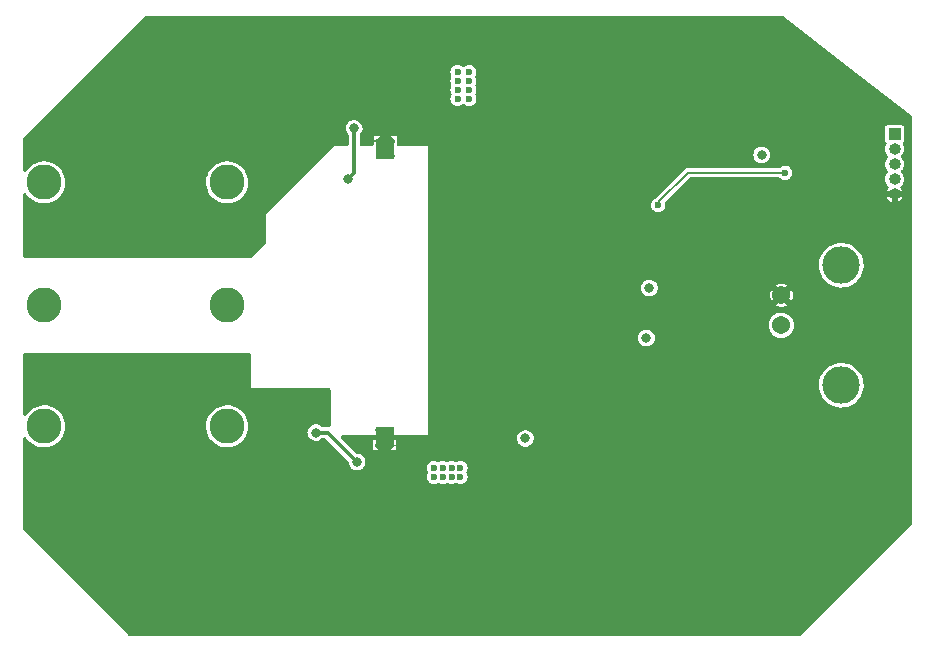
<source format=gbr>
%TF.GenerationSoftware,KiCad,Pcbnew,6.0.4-6f826c9f35~116~ubuntu18.04.1*%
%TF.CreationDate,2022-05-26T20:07:41+01:00*%
%TF.ProjectId,cosmic_ray_detector,636f736d-6963-45f7-9261-795f64657465,1*%
%TF.SameCoordinates,Original*%
%TF.FileFunction,Copper,L4,Bot*%
%TF.FilePolarity,Positive*%
%FSLAX46Y46*%
G04 Gerber Fmt 4.6, Leading zero omitted, Abs format (unit mm)*
G04 Created by KiCad (PCBNEW 6.0.4-6f826c9f35~116~ubuntu18.04.1) date 2022-05-26 20:07:41*
%MOMM*%
%LPD*%
G01*
G04 APERTURE LIST*
%TA.AperFunction,ComponentPad*%
%ADD10C,2.955000*%
%TD*%
%TA.AperFunction,ComponentPad*%
%ADD11C,1.540000*%
%TD*%
%TA.AperFunction,ComponentPad*%
%ADD12C,3.165000*%
%TD*%
%TA.AperFunction,ComponentPad*%
%ADD13C,0.500000*%
%TD*%
%TA.AperFunction,SMDPad,CuDef*%
%ADD14R,1.600000X1.800000*%
%TD*%
%TA.AperFunction,ComponentPad*%
%ADD15R,1.000000X1.000000*%
%TD*%
%TA.AperFunction,ComponentPad*%
%ADD16O,1.000000X1.000000*%
%TD*%
%TA.AperFunction,ViaPad*%
%ADD17C,0.800000*%
%TD*%
%TA.AperFunction,ViaPad*%
%ADD18C,0.600000*%
%TD*%
%TA.AperFunction,Conductor*%
%ADD19C,0.350000*%
%TD*%
%TA.AperFunction,Conductor*%
%ADD20C,0.200000*%
%TD*%
G04 APERTURE END LIST*
D10*
%TO.P,J3,1,Pin_1*%
%TO.N,/Power Regulators/-VIN*%
X64750000Y-100970000D03*
X80250000Y-100970000D03*
%TD*%
D11*
%TO.P,J6,2,Ext*%
%TO.N,GNDA*%
X127170000Y-89880000D03*
%TO.P,J6,1,In*%
%TO.N,Net-(J6-Pad1)*%
X127170000Y-92420000D03*
D12*
%TO.P,J6,*%
%TO.N,*%
X132250000Y-87340000D03*
X132250000Y-97500000D03*
%TD*%
D10*
%TO.P,J4,1,Pin_1*%
%TO.N,/Power Regulators/+VIN*%
X80250000Y-80328100D03*
X64750000Y-80328100D03*
%TD*%
%TO.P,J5,1,Pin_1*%
%TO.N,GNDA*%
X80250000Y-90670000D03*
X64750000Y-90670000D03*
%TD*%
D13*
%TO.P,U3,9,EP*%
%TO.N,GNDA*%
X94196000Y-76810000D03*
D14*
X93646000Y-77460000D03*
D13*
X94196000Y-78110000D03*
X93096000Y-78110000D03*
X93096000Y-76810000D03*
%TD*%
%TO.P,U2,9,EP*%
%TO.N,GNDA*%
X94126000Y-101270000D03*
D14*
X93576000Y-101920000D03*
D13*
X94126000Y-102570000D03*
X93026000Y-102570000D03*
X93026000Y-101270000D03*
%TD*%
D15*
%TO.P,J2,1,Pin_1*%
%TO.N,/threshold_setting/SPI.~{SYNC}*%
X136750000Y-76230000D03*
D16*
%TO.P,J2,2,Pin_2*%
%TO.N,/threshold_setting/SPI.SCK*%
X136750000Y-77500000D03*
%TO.P,J2,3,Pin_3*%
%TO.N,/threshold_setting/SPI.SDI*%
X136750000Y-78770000D03*
%TO.P,J2,4,Pin_4*%
%TO.N,/threshold_setting/SPI.SDO*%
X136750000Y-80040000D03*
%TO.P,J2,5,Pin_5*%
%TO.N,GNDA*%
X136750000Y-81310000D03*
%TD*%
D17*
%TO.N,GNDA*%
X88640000Y-111650000D03*
X130000000Y-81750000D03*
%TO.N,/Power Regulators/+VIN*%
X91000000Y-75750000D03*
X90500000Y-80000000D03*
%TO.N,/Power Regulators/-VIN*%
X91250000Y-104000000D03*
X87750000Y-101500000D03*
D18*
%TO.N,GNDA*%
X88750000Y-105750000D03*
X88750000Y-106500000D03*
X88750000Y-107250000D03*
X88750000Y-108000000D03*
X88750000Y-108750000D03*
X88000000Y-108750000D03*
X88000000Y-108000000D03*
X88000000Y-107250000D03*
X88000000Y-106500000D03*
X88000000Y-105750000D03*
X88000000Y-69000000D03*
X88000000Y-69750000D03*
X88000000Y-70500000D03*
X88000000Y-71250000D03*
X88000000Y-72000000D03*
X87000000Y-72000000D03*
X87000000Y-71250000D03*
X87000000Y-70500000D03*
X87000000Y-69750000D03*
X87000000Y-69000000D03*
%TO.N,+5VA*%
X99750000Y-73250000D03*
X100750000Y-73250000D03*
X100750000Y-72500000D03*
X99750000Y-72500000D03*
X99750000Y-71750000D03*
X100750000Y-71750000D03*
X100750000Y-71000000D03*
X99750000Y-71000000D03*
%TO.N,-5VA*%
X100000000Y-105250000D03*
X99250000Y-105250000D03*
X98500000Y-105250000D03*
X97750000Y-105250000D03*
X97750000Y-104500000D03*
X98500000Y-104500000D03*
X99250000Y-104500000D03*
X100000000Y-104500000D03*
D17*
%TO.N,GNDA*%
X107000000Y-85250000D03*
X106000000Y-99000000D03*
X116250000Y-100500000D03*
X114000000Y-92250000D03*
X111000000Y-88750000D03*
X114000000Y-86500000D03*
X112750000Y-79500000D03*
%TO.N,+5VA*%
X125500000Y-78000000D03*
X115750000Y-93500000D03*
X116000000Y-89250000D03*
%TO.N,GNDA*%
X107250000Y-107750000D03*
%TO.N,-5VA*%
X105500000Y-102000000D03*
%TO.N,GNDA*%
X121750000Y-88250000D03*
X119000000Y-83000000D03*
X122750000Y-82750000D03*
X121000000Y-78250000D03*
X123500000Y-76000000D03*
X131000000Y-76000000D03*
D18*
%TO.N,/comparator/VREF*%
X116750000Y-82250000D03*
X127500000Y-79500000D03*
%TD*%
D19*
%TO.N,/Power Regulators/+VIN*%
X91000000Y-79500000D02*
X90500000Y-80000000D01*
X91000000Y-75750000D02*
X91000000Y-79500000D01*
%TO.N,/Power Regulators/-VIN*%
X91250000Y-104000000D02*
X88750000Y-101500000D01*
X88750000Y-101500000D02*
X87750000Y-101500000D01*
D20*
%TO.N,/comparator/VREF*%
X116750000Y-82000000D02*
X119250000Y-79500000D01*
X116750000Y-82250000D02*
X116750000Y-82000000D01*
X119250000Y-79500000D02*
X127500000Y-79500000D01*
%TD*%
%TA.AperFunction,Conductor*%
%TO.N,GNDA*%
G36*
X127275112Y-66270002D02*
G01*
X127284030Y-66276296D01*
X132714158Y-70472304D01*
X138201042Y-74712169D01*
X138242715Y-74769649D01*
X138250000Y-74811871D01*
X138250000Y-109197810D01*
X138229998Y-109265931D01*
X138213095Y-109286905D01*
X128786905Y-118713095D01*
X128724593Y-118747121D01*
X128697810Y-118750000D01*
X72052190Y-118750000D01*
X71984069Y-118729998D01*
X71963095Y-118713095D01*
X63036905Y-109786905D01*
X63002879Y-109724593D01*
X63000000Y-109697810D01*
X63000000Y-105250000D01*
X97144318Y-105250000D01*
X97164956Y-105406762D01*
X97225464Y-105552841D01*
X97321718Y-105678282D01*
X97447159Y-105774536D01*
X97593238Y-105835044D01*
X97750000Y-105855682D01*
X97758188Y-105854604D01*
X97898574Y-105836122D01*
X97906762Y-105835044D01*
X98052841Y-105774536D01*
X98059392Y-105769509D01*
X98062001Y-105768003D01*
X98130997Y-105751266D01*
X98187999Y-105768003D01*
X98190608Y-105769509D01*
X98197159Y-105774536D01*
X98343238Y-105835044D01*
X98500000Y-105855682D01*
X98508188Y-105854604D01*
X98648574Y-105836122D01*
X98656762Y-105835044D01*
X98802841Y-105774536D01*
X98809392Y-105769509D01*
X98812001Y-105768003D01*
X98880997Y-105751266D01*
X98937999Y-105768003D01*
X98940608Y-105769509D01*
X98947159Y-105774536D01*
X99093238Y-105835044D01*
X99250000Y-105855682D01*
X99258188Y-105854604D01*
X99398574Y-105836122D01*
X99406762Y-105835044D01*
X99552841Y-105774536D01*
X99559392Y-105769509D01*
X99562001Y-105768003D01*
X99630997Y-105751266D01*
X99687999Y-105768003D01*
X99690608Y-105769509D01*
X99697159Y-105774536D01*
X99843238Y-105835044D01*
X100000000Y-105855682D01*
X100008188Y-105854604D01*
X100148574Y-105836122D01*
X100156762Y-105835044D01*
X100302841Y-105774536D01*
X100428282Y-105678282D01*
X100524536Y-105552841D01*
X100585044Y-105406762D01*
X100605682Y-105250000D01*
X100585044Y-105093238D01*
X100524536Y-104947159D01*
X100519509Y-104940608D01*
X100518003Y-104937999D01*
X100501266Y-104869003D01*
X100518003Y-104812001D01*
X100519509Y-104809392D01*
X100524536Y-104802841D01*
X100585044Y-104656762D01*
X100605682Y-104500000D01*
X100585044Y-104343238D01*
X100524536Y-104197159D01*
X100428282Y-104071718D01*
X100302841Y-103975464D01*
X100156762Y-103914956D01*
X100000000Y-103894318D01*
X99843238Y-103914956D01*
X99697159Y-103975464D01*
X99690608Y-103980491D01*
X99687999Y-103981997D01*
X99619003Y-103998734D01*
X99562001Y-103981997D01*
X99559392Y-103980491D01*
X99552841Y-103975464D01*
X99406762Y-103914956D01*
X99250000Y-103894318D01*
X99093238Y-103914956D01*
X98947159Y-103975464D01*
X98940608Y-103980491D01*
X98937999Y-103981997D01*
X98869003Y-103998734D01*
X98812001Y-103981997D01*
X98809392Y-103980491D01*
X98802841Y-103975464D01*
X98656762Y-103914956D01*
X98500000Y-103894318D01*
X98343238Y-103914956D01*
X98197159Y-103975464D01*
X98190608Y-103980491D01*
X98187999Y-103981997D01*
X98119003Y-103998734D01*
X98062001Y-103981997D01*
X98059392Y-103980491D01*
X98052841Y-103975464D01*
X97906762Y-103914956D01*
X97750000Y-103894318D01*
X97593238Y-103914956D01*
X97447159Y-103975464D01*
X97321718Y-104071718D01*
X97225464Y-104197159D01*
X97164956Y-104343238D01*
X97144318Y-104500000D01*
X97164956Y-104656762D01*
X97225464Y-104802841D01*
X97230491Y-104809392D01*
X97231997Y-104812001D01*
X97248734Y-104880997D01*
X97231997Y-104937999D01*
X97230491Y-104940608D01*
X97225464Y-104947159D01*
X97164956Y-105093238D01*
X97144318Y-105250000D01*
X63000000Y-105250000D01*
X63000000Y-101970415D01*
X63020002Y-101902294D01*
X63073658Y-101855801D01*
X63143932Y-101845697D01*
X63208512Y-101875191D01*
X63236991Y-101910775D01*
X63246245Y-101927998D01*
X63249040Y-101931742D01*
X63249042Y-101931744D01*
X63307966Y-102010653D01*
X63404363Y-102139744D01*
X63407672Y-102143024D01*
X63407677Y-102143030D01*
X63510274Y-102244735D01*
X63592043Y-102325793D01*
X63595805Y-102328551D01*
X63595808Y-102328554D01*
X63713603Y-102414925D01*
X63805161Y-102482058D01*
X63809292Y-102484232D01*
X63809293Y-102484232D01*
X64034901Y-102602930D01*
X64034907Y-102602932D01*
X64039036Y-102605105D01*
X64043443Y-102606644D01*
X64043450Y-102606647D01*
X64284113Y-102690690D01*
X64288529Y-102692232D01*
X64329881Y-102700083D01*
X64444999Y-102721939D01*
X64548160Y-102741525D01*
X64673677Y-102746457D01*
X64807557Y-102751717D01*
X64807562Y-102751717D01*
X64812225Y-102751900D01*
X64914912Y-102740654D01*
X65070270Y-102723640D01*
X65070275Y-102723639D01*
X65074923Y-102723130D01*
X65299786Y-102663928D01*
X65325960Y-102657037D01*
X65325962Y-102657036D01*
X65330483Y-102655846D01*
X65417807Y-102618329D01*
X65568997Y-102553373D01*
X65568999Y-102553372D01*
X65573291Y-102551528D01*
X65684736Y-102482564D01*
X65794040Y-102414925D01*
X65794044Y-102414922D01*
X65798013Y-102412466D01*
X65999711Y-102241716D01*
X66056574Y-102176876D01*
X66170874Y-102046543D01*
X66170878Y-102046538D01*
X66173956Y-102043028D01*
X66193654Y-102012405D01*
X66309714Y-101831968D01*
X66316919Y-101820767D01*
X66425459Y-101579817D01*
X66497192Y-101325470D01*
X66521941Y-101130925D01*
X66530144Y-101066444D01*
X66530144Y-101066440D01*
X66530542Y-101063314D01*
X66531352Y-101032410D01*
X66532903Y-100973160D01*
X66532986Y-100970000D01*
X66529517Y-100923327D01*
X78467625Y-100923327D01*
X78467849Y-100927993D01*
X78467849Y-100927999D01*
X78472645Y-101027831D01*
X78480304Y-101187291D01*
X78502530Y-101299031D01*
X78527709Y-101425612D01*
X78531860Y-101446482D01*
X78533439Y-101450880D01*
X78533441Y-101450887D01*
X78613216Y-101673077D01*
X78621161Y-101695206D01*
X78746245Y-101927998D01*
X78749040Y-101931742D01*
X78749042Y-101931744D01*
X78807966Y-102010653D01*
X78904363Y-102139744D01*
X78907672Y-102143024D01*
X78907677Y-102143030D01*
X79010274Y-102244735D01*
X79092043Y-102325793D01*
X79095805Y-102328551D01*
X79095808Y-102328554D01*
X79213603Y-102414925D01*
X79305161Y-102482058D01*
X79309292Y-102484232D01*
X79309293Y-102484232D01*
X79534901Y-102602930D01*
X79534907Y-102602932D01*
X79539036Y-102605105D01*
X79543443Y-102606644D01*
X79543450Y-102606647D01*
X79784113Y-102690690D01*
X79788529Y-102692232D01*
X79829881Y-102700083D01*
X79944999Y-102721939D01*
X80048160Y-102741525D01*
X80173677Y-102746457D01*
X80307557Y-102751717D01*
X80307562Y-102751717D01*
X80312225Y-102751900D01*
X80414912Y-102740654D01*
X80570270Y-102723640D01*
X80570275Y-102723639D01*
X80574923Y-102723130D01*
X80799786Y-102663928D01*
X80825960Y-102657037D01*
X80825962Y-102657036D01*
X80830483Y-102655846D01*
X80917807Y-102618329D01*
X81068997Y-102553373D01*
X81068999Y-102553372D01*
X81073291Y-102551528D01*
X81184736Y-102482564D01*
X81294040Y-102414925D01*
X81294044Y-102414922D01*
X81298013Y-102412466D01*
X81499711Y-102241716D01*
X81556574Y-102176876D01*
X81670874Y-102046543D01*
X81670878Y-102046538D01*
X81673956Y-102043028D01*
X81693654Y-102012405D01*
X81809714Y-101831968D01*
X81816919Y-101820767D01*
X81925459Y-101579817D01*
X81997192Y-101325470D01*
X82021941Y-101130925D01*
X82030144Y-101066444D01*
X82030144Y-101066440D01*
X82030542Y-101063314D01*
X82031352Y-101032410D01*
X82032903Y-100973160D01*
X82032986Y-100970000D01*
X82020484Y-100801770D01*
X82013747Y-100711110D01*
X82013746Y-100711106D01*
X82013401Y-100706458D01*
X81955078Y-100448705D01*
X81939554Y-100408785D01*
X81860990Y-100206758D01*
X81860989Y-100206756D01*
X81859297Y-100202405D01*
X81837837Y-100164857D01*
X81767204Y-100041277D01*
X81728162Y-99972967D01*
X81564555Y-99765432D01*
X81372069Y-99584360D01*
X81330413Y-99555462D01*
X81158776Y-99436392D01*
X81158773Y-99436390D01*
X81154934Y-99433727D01*
X81150744Y-99431661D01*
X81150741Y-99431659D01*
X80922106Y-99318909D01*
X80922103Y-99318908D01*
X80917918Y-99316844D01*
X80871196Y-99301888D01*
X80670675Y-99237701D01*
X80670677Y-99237701D01*
X80666230Y-99236278D01*
X80523544Y-99213040D01*
X80410009Y-99194550D01*
X80410008Y-99194550D01*
X80405397Y-99193799D01*
X80273274Y-99192070D01*
X80145828Y-99190401D01*
X80145825Y-99190401D01*
X80141151Y-99190340D01*
X79879296Y-99225977D01*
X79625585Y-99299927D01*
X79385591Y-99410565D01*
X79381682Y-99413128D01*
X79168500Y-99552896D01*
X79168495Y-99552900D01*
X79164587Y-99555462D01*
X78967427Y-99731434D01*
X78798443Y-99934615D01*
X78661348Y-100160541D01*
X78659539Y-100164855D01*
X78659538Y-100164857D01*
X78641968Y-100206758D01*
X78559152Y-100404250D01*
X78494102Y-100660388D01*
X78467625Y-100923327D01*
X66529517Y-100923327D01*
X66520484Y-100801770D01*
X66513747Y-100711110D01*
X66513746Y-100711106D01*
X66513401Y-100706458D01*
X66455078Y-100448705D01*
X66439554Y-100408785D01*
X66360990Y-100206758D01*
X66360989Y-100206756D01*
X66359297Y-100202405D01*
X66337837Y-100164857D01*
X66267204Y-100041277D01*
X66228162Y-99972967D01*
X66064555Y-99765432D01*
X65872069Y-99584360D01*
X65830413Y-99555462D01*
X65658776Y-99436392D01*
X65658773Y-99436390D01*
X65654934Y-99433727D01*
X65650744Y-99431661D01*
X65650741Y-99431659D01*
X65422106Y-99318909D01*
X65422103Y-99318908D01*
X65417918Y-99316844D01*
X65371196Y-99301888D01*
X65170675Y-99237701D01*
X65170677Y-99237701D01*
X65166230Y-99236278D01*
X65023544Y-99213040D01*
X64910009Y-99194550D01*
X64910008Y-99194550D01*
X64905397Y-99193799D01*
X64773274Y-99192070D01*
X64645828Y-99190401D01*
X64645825Y-99190401D01*
X64641151Y-99190340D01*
X64379296Y-99225977D01*
X64125585Y-99299927D01*
X63885591Y-99410565D01*
X63881682Y-99413128D01*
X63668500Y-99552896D01*
X63668495Y-99552900D01*
X63664587Y-99555462D01*
X63467427Y-99731434D01*
X63298443Y-99934615D01*
X63272708Y-99977025D01*
X63233719Y-100041277D01*
X63181280Y-100089138D01*
X63111290Y-100101050D01*
X63045970Y-100073232D01*
X63006059Y-100014515D01*
X63000000Y-99975912D01*
X63000000Y-94876000D01*
X63020002Y-94807879D01*
X63073658Y-94761386D01*
X63126000Y-94750000D01*
X82124000Y-94750000D01*
X82192121Y-94770002D01*
X82238614Y-94823658D01*
X82250000Y-94876000D01*
X82250000Y-97750000D01*
X88874000Y-97750000D01*
X88942121Y-97770002D01*
X88988614Y-97823658D01*
X89000000Y-97876000D01*
X89000000Y-100907692D01*
X88979998Y-100975813D01*
X88926342Y-101022306D01*
X88857037Y-101032271D01*
X88853157Y-101030816D01*
X88831130Y-101029179D01*
X88809324Y-101027559D01*
X88799277Y-101026405D01*
X88791855Y-101025249D01*
X88791853Y-101025249D01*
X88787044Y-101024500D01*
X88772838Y-101024500D01*
X88763501Y-101024154D01*
X88745776Y-101022837D01*
X88717326Y-101020723D01*
X88708550Y-101022596D01*
X88699593Y-101023207D01*
X88699586Y-101023101D01*
X88686333Y-101024500D01*
X88317369Y-101024500D01*
X88249248Y-101004498D01*
X88233550Y-100992576D01*
X88158392Y-100925613D01*
X88152721Y-100920560D01*
X88002881Y-100841224D01*
X87838441Y-100799919D01*
X87830843Y-100799879D01*
X87830841Y-100799879D01*
X87753668Y-100799475D01*
X87668895Y-100799031D01*
X87661508Y-100800805D01*
X87661504Y-100800805D01*
X87518162Y-100835220D01*
X87504032Y-100838612D01*
X87497288Y-100842093D01*
X87497285Y-100842094D01*
X87492089Y-100844776D01*
X87353369Y-100916375D01*
X87347647Y-100921367D01*
X87347645Y-100921368D01*
X87342779Y-100925613D01*
X87225604Y-101027831D01*
X87221237Y-101034045D01*
X87147033Y-101139627D01*
X87128113Y-101166547D01*
X87066524Y-101324513D01*
X87065532Y-101332046D01*
X87065532Y-101332047D01*
X87050467Y-101446482D01*
X87044394Y-101492611D01*
X87062999Y-101661135D01*
X87121266Y-101820356D01*
X87215830Y-101961083D01*
X87221442Y-101966190D01*
X87221445Y-101966193D01*
X87335612Y-102070077D01*
X87335616Y-102070080D01*
X87341233Y-102075191D01*
X87347906Y-102078814D01*
X87347910Y-102078817D01*
X87483558Y-102152467D01*
X87483560Y-102152468D01*
X87490235Y-102156092D01*
X87497584Y-102158020D01*
X87646883Y-102197188D01*
X87646885Y-102197188D01*
X87654233Y-102199116D01*
X87740609Y-102200473D01*
X87816161Y-102201660D01*
X87816164Y-102201660D01*
X87823760Y-102201779D01*
X87831165Y-102200083D01*
X87831166Y-102200083D01*
X87925512Y-102178475D01*
X87989029Y-102163928D01*
X88140498Y-102087747D01*
X88236575Y-102005689D01*
X88301365Y-101976658D01*
X88318406Y-101975500D01*
X88500852Y-101975500D01*
X88568973Y-101995502D01*
X88589947Y-102012405D01*
X90509909Y-103932367D01*
X90543935Y-103994679D01*
X90546052Y-104007631D01*
X90562999Y-104161135D01*
X90621266Y-104320356D01*
X90625502Y-104326659D01*
X90625502Y-104326660D01*
X90636642Y-104343238D01*
X90715830Y-104461083D01*
X90721442Y-104466190D01*
X90721445Y-104466193D01*
X90835612Y-104570077D01*
X90835616Y-104570080D01*
X90841233Y-104575191D01*
X90847906Y-104578814D01*
X90847910Y-104578817D01*
X90983558Y-104652467D01*
X90983560Y-104652468D01*
X90990235Y-104656092D01*
X90997584Y-104658020D01*
X91146883Y-104697188D01*
X91146885Y-104697188D01*
X91154233Y-104699116D01*
X91240609Y-104700473D01*
X91316161Y-104701660D01*
X91316164Y-104701660D01*
X91323760Y-104701779D01*
X91331165Y-104700083D01*
X91331166Y-104700083D01*
X91391586Y-104686245D01*
X91489029Y-104663928D01*
X91640498Y-104587747D01*
X91769423Y-104477634D01*
X91868361Y-104339947D01*
X91876237Y-104320356D01*
X91928766Y-104189687D01*
X91928767Y-104189685D01*
X91931601Y-104182634D01*
X91946455Y-104078264D01*
X91954909Y-104018862D01*
X91954909Y-104018859D01*
X91955490Y-104014778D01*
X91955645Y-104000000D01*
X91935276Y-103831680D01*
X91875345Y-103673077D01*
X91779312Y-103533349D01*
X91773641Y-103528296D01*
X91658392Y-103425612D01*
X91658388Y-103425610D01*
X91652721Y-103420560D01*
X91502881Y-103341224D01*
X91338441Y-103299919D01*
X91330843Y-103299879D01*
X91330841Y-103299879D01*
X91273569Y-103299579D01*
X91205554Y-103279220D01*
X91185134Y-103262676D01*
X90495809Y-102573351D01*
X92572571Y-102573351D01*
X92574936Y-102591434D01*
X92576000Y-102607771D01*
X92576000Y-102833511D01*
X92577207Y-102845766D01*
X92585183Y-102885864D01*
X92594499Y-102908355D01*
X92624915Y-102953876D01*
X92642124Y-102971085D01*
X92687645Y-103001501D01*
X92710136Y-103010817D01*
X92750234Y-103018793D01*
X92762489Y-103020000D01*
X93018773Y-103020000D01*
X93021082Y-103020021D01*
X93073216Y-103020976D01*
X93073300Y-103020966D01*
X93088875Y-103020000D01*
X93104332Y-103020000D01*
X93122810Y-103014574D01*
X93121676Y-103013845D01*
X93267069Y-103013845D01*
X93283571Y-103020000D01*
X93303885Y-103020000D01*
X93319124Y-103015525D01*
X93320329Y-103014135D01*
X93322000Y-103006452D01*
X93322000Y-103001885D01*
X93830000Y-103001885D01*
X93834475Y-103017124D01*
X93835865Y-103018329D01*
X93843548Y-103020000D01*
X93864920Y-103020000D01*
X93883399Y-103014574D01*
X93882266Y-103013846D01*
X94027657Y-103013846D01*
X94044157Y-103020000D01*
X94118773Y-103020000D01*
X94121082Y-103020021D01*
X94173216Y-103020976D01*
X94173300Y-103020966D01*
X94188875Y-103020000D01*
X94389511Y-103020000D01*
X94401766Y-103018793D01*
X94441864Y-103010817D01*
X94464355Y-103001501D01*
X94509876Y-102971085D01*
X94527085Y-102953876D01*
X94557501Y-102908355D01*
X94566817Y-102885864D01*
X94574793Y-102845766D01*
X94576000Y-102833511D01*
X94576000Y-102618329D01*
X94577746Y-102597426D01*
X94579684Y-102585908D01*
X94580551Y-102576246D01*
X94580567Y-102574872D01*
X94579936Y-102565172D01*
X94577273Y-102546581D01*
X94576000Y-102528718D01*
X94576000Y-102192115D01*
X94571525Y-102176876D01*
X94570135Y-102175671D01*
X94562452Y-102174000D01*
X94101668Y-102174000D01*
X94090643Y-102177237D01*
X94093881Y-102184328D01*
X94390458Y-102480905D01*
X94424484Y-102543217D01*
X94419419Y-102614032D01*
X94390458Y-102659095D01*
X94045390Y-103004163D01*
X94027657Y-103013846D01*
X93882266Y-103013846D01*
X93867200Y-103004163D01*
X93842811Y-102979774D01*
X93832724Y-102974266D01*
X93830000Y-102981569D01*
X93830000Y-103001885D01*
X93322000Y-103001885D01*
X93322000Y-102985079D01*
X93318763Y-102974054D01*
X93311670Y-102977293D01*
X93284800Y-103004163D01*
X93267069Y-103013845D01*
X93121676Y-103013845D01*
X93106610Y-103004163D01*
X92761542Y-102659095D01*
X92727516Y-102596783D01*
X92732581Y-102525968D01*
X92761542Y-102480905D01*
X93055635Y-102186812D01*
X93061144Y-102176723D01*
X93053843Y-102174000D01*
X92594115Y-102174000D01*
X92578876Y-102178475D01*
X92577671Y-102179865D01*
X92576000Y-102187548D01*
X92576000Y-102525196D01*
X92574500Y-102544581D01*
X92572788Y-102555573D01*
X92572571Y-102573351D01*
X90495809Y-102573351D01*
X89915069Y-101992611D01*
X104794394Y-101992611D01*
X104812999Y-102161135D01*
X104871266Y-102320356D01*
X104875502Y-102326659D01*
X104875502Y-102326660D01*
X104888574Y-102346113D01*
X104965830Y-102461083D01*
X104971442Y-102466190D01*
X104971445Y-102466193D01*
X105085612Y-102570077D01*
X105085616Y-102570080D01*
X105091233Y-102575191D01*
X105097906Y-102578814D01*
X105097910Y-102578817D01*
X105233558Y-102652467D01*
X105233560Y-102652468D01*
X105240235Y-102656092D01*
X105247584Y-102658020D01*
X105396883Y-102697188D01*
X105396885Y-102697188D01*
X105404233Y-102699116D01*
X105490609Y-102700473D01*
X105566161Y-102701660D01*
X105566164Y-102701660D01*
X105573760Y-102701779D01*
X105581165Y-102700083D01*
X105581166Y-102700083D01*
X105641586Y-102686245D01*
X105739029Y-102663928D01*
X105890498Y-102587747D01*
X106019423Y-102477634D01*
X106118361Y-102339947D01*
X106126237Y-102320356D01*
X106178766Y-102189687D01*
X106178767Y-102189685D01*
X106181601Y-102182634D01*
X106205490Y-102014778D01*
X106205562Y-102007932D01*
X106205602Y-102004135D01*
X106205602Y-102004129D01*
X106205645Y-102000000D01*
X106203840Y-101985080D01*
X106186188Y-101839220D01*
X106185276Y-101831680D01*
X106125345Y-101673077D01*
X106029312Y-101533349D01*
X105983589Y-101492611D01*
X105908392Y-101425612D01*
X105908388Y-101425610D01*
X105902721Y-101420560D01*
X105752881Y-101341224D01*
X105588441Y-101299919D01*
X105580843Y-101299879D01*
X105580841Y-101299879D01*
X105503668Y-101299475D01*
X105418895Y-101299031D01*
X105411508Y-101300805D01*
X105411504Y-101300805D01*
X105268162Y-101335220D01*
X105254032Y-101338612D01*
X105247288Y-101342093D01*
X105247285Y-101342094D01*
X105242089Y-101344776D01*
X105103369Y-101416375D01*
X105097647Y-101421367D01*
X105097645Y-101421368D01*
X105063807Y-101450887D01*
X104975604Y-101527831D01*
X104878113Y-101666547D01*
X104816524Y-101824513D01*
X104815532Y-101832046D01*
X104815532Y-101832047D01*
X104796366Y-101977634D01*
X104794394Y-101992611D01*
X89915069Y-101992611D01*
X89887553Y-101965095D01*
X89853527Y-101902783D01*
X89858592Y-101831968D01*
X89901139Y-101775132D01*
X89967659Y-101750321D01*
X89976648Y-101750000D01*
X97250000Y-101750000D01*
X97250000Y-97440702D01*
X130363122Y-97440702D01*
X130373591Y-97707158D01*
X130421499Y-97969479D01*
X130505891Y-98222434D01*
X130507881Y-98226417D01*
X130507882Y-98226419D01*
X130584272Y-98379297D01*
X130625083Y-98460973D01*
X130627610Y-98464629D01*
X130627611Y-98464631D01*
X130727824Y-98609627D01*
X130776696Y-98680339D01*
X130779718Y-98683608D01*
X130954689Y-98872892D01*
X130954694Y-98872897D01*
X130957705Y-98876154D01*
X131164499Y-99044511D01*
X131392952Y-99182051D01*
X131397047Y-99183785D01*
X131397049Y-99183786D01*
X131634404Y-99284293D01*
X131634411Y-99284295D01*
X131638505Y-99286029D01*
X131896260Y-99354372D01*
X131900684Y-99354896D01*
X131900686Y-99354896D01*
X132006761Y-99367450D01*
X132161072Y-99385714D01*
X132427659Y-99379432D01*
X132578219Y-99354372D01*
X132686310Y-99336381D01*
X132686314Y-99336380D01*
X132690700Y-99335650D01*
X132694941Y-99334309D01*
X132694944Y-99334308D01*
X132940703Y-99256584D01*
X132940705Y-99256583D01*
X132944949Y-99255241D01*
X132948960Y-99253315D01*
X132948965Y-99253313D01*
X133181313Y-99141741D01*
X133181314Y-99141740D01*
X133185332Y-99139811D01*
X133324517Y-99046811D01*
X133403344Y-98994141D01*
X133403348Y-98994138D01*
X133407052Y-98991663D01*
X133605686Y-98813751D01*
X133777270Y-98609627D01*
X133918382Y-98383363D01*
X134026204Y-98139473D01*
X134098587Y-97882824D01*
X134113741Y-97770002D01*
X134133658Y-97621719D01*
X134133659Y-97621711D01*
X134134085Y-97618537D01*
X134137810Y-97500000D01*
X134118977Y-97234005D01*
X134062852Y-96973318D01*
X133970556Y-96723139D01*
X133843931Y-96488461D01*
X133685502Y-96273965D01*
X133498431Y-96083933D01*
X133494892Y-96081232D01*
X133494885Y-96081226D01*
X133289991Y-95924857D01*
X133286451Y-95922155D01*
X133229708Y-95890377D01*
X133057676Y-95794034D01*
X133057673Y-95794033D01*
X133053790Y-95791858D01*
X133049645Y-95790254D01*
X133049642Y-95790253D01*
X132912058Y-95737026D01*
X132805092Y-95695644D01*
X132800767Y-95694641D01*
X132800762Y-95694640D01*
X132658287Y-95661616D01*
X132545319Y-95635432D01*
X132279652Y-95612423D01*
X132275217Y-95612667D01*
X132275213Y-95612667D01*
X132017838Y-95626831D01*
X132017831Y-95626832D01*
X132013395Y-95627076D01*
X131751858Y-95679099D01*
X131500260Y-95767454D01*
X131263622Y-95890377D01*
X131260007Y-95892960D01*
X131260001Y-95892964D01*
X131123042Y-95990837D01*
X131046665Y-96045417D01*
X130853717Y-96229480D01*
X130688629Y-96438893D01*
X130659838Y-96488461D01*
X130556929Y-96665631D01*
X130556926Y-96665637D01*
X130554695Y-96669478D01*
X130454586Y-96916635D01*
X130390301Y-97175431D01*
X130363122Y-97440702D01*
X97250000Y-97440702D01*
X97250000Y-93492611D01*
X115044394Y-93492611D01*
X115062999Y-93661135D01*
X115121266Y-93820356D01*
X115125502Y-93826659D01*
X115125502Y-93826660D01*
X115138574Y-93846113D01*
X115215830Y-93961083D01*
X115221442Y-93966190D01*
X115221445Y-93966193D01*
X115335612Y-94070077D01*
X115335616Y-94070080D01*
X115341233Y-94075191D01*
X115347906Y-94078814D01*
X115347910Y-94078817D01*
X115483558Y-94152467D01*
X115483560Y-94152468D01*
X115490235Y-94156092D01*
X115497584Y-94158020D01*
X115646883Y-94197188D01*
X115646885Y-94197188D01*
X115654233Y-94199116D01*
X115740609Y-94200473D01*
X115816161Y-94201660D01*
X115816164Y-94201660D01*
X115823760Y-94201779D01*
X115831165Y-94200083D01*
X115831166Y-94200083D01*
X115891586Y-94186245D01*
X115989029Y-94163928D01*
X116140498Y-94087747D01*
X116269423Y-93977634D01*
X116368361Y-93839947D01*
X116376237Y-93820356D01*
X116428766Y-93689687D01*
X116428767Y-93689685D01*
X116431601Y-93682634D01*
X116455490Y-93514778D01*
X116455645Y-93500000D01*
X116455006Y-93494715D01*
X116436188Y-93339220D01*
X116435276Y-93331680D01*
X116375345Y-93173077D01*
X116287131Y-93044725D01*
X116283614Y-93039608D01*
X116283613Y-93039607D01*
X116279312Y-93033349D01*
X116250337Y-93007533D01*
X116158392Y-92925612D01*
X116158388Y-92925610D01*
X116152721Y-92920560D01*
X116002881Y-92841224D01*
X115838441Y-92799919D01*
X115830843Y-92799879D01*
X115830841Y-92799879D01*
X115753668Y-92799475D01*
X115668895Y-92799031D01*
X115661508Y-92800805D01*
X115661504Y-92800805D01*
X115518162Y-92835220D01*
X115504032Y-92838612D01*
X115497288Y-92842093D01*
X115497285Y-92842094D01*
X115360117Y-92912892D01*
X115353369Y-92916375D01*
X115225604Y-93027831D01*
X115128113Y-93166547D01*
X115066524Y-93324513D01*
X115065532Y-93332046D01*
X115065532Y-93332047D01*
X115046360Y-93477680D01*
X115044394Y-93492611D01*
X97250000Y-93492611D01*
X97250000Y-92404981D01*
X126094425Y-92404981D01*
X126111992Y-92614181D01*
X126169858Y-92815984D01*
X126172673Y-92821461D01*
X126172674Y-92821464D01*
X126226199Y-92925612D01*
X126265819Y-93002705D01*
X126269642Y-93007529D01*
X126269645Y-93007533D01*
X126386110Y-93154473D01*
X126396221Y-93167230D01*
X126556095Y-93303294D01*
X126561473Y-93306300D01*
X126561475Y-93306301D01*
X126620377Y-93339220D01*
X126739353Y-93405713D01*
X126939014Y-93470587D01*
X127147473Y-93495444D01*
X127153608Y-93494972D01*
X127153610Y-93494972D01*
X127350648Y-93479811D01*
X127350652Y-93479810D01*
X127356790Y-93479338D01*
X127558992Y-93422882D01*
X127564496Y-93420102D01*
X127564498Y-93420101D01*
X127740877Y-93331006D01*
X127740879Y-93331005D01*
X127746378Y-93328227D01*
X127911810Y-93198977D01*
X128048986Y-93040057D01*
X128152683Y-92857518D01*
X128218949Y-92658315D01*
X128225300Y-92608040D01*
X128244819Y-92453538D01*
X128244820Y-92453529D01*
X128245261Y-92450035D01*
X128245680Y-92420000D01*
X128225194Y-92211066D01*
X128164516Y-92010090D01*
X128160277Y-92002118D01*
X128068853Y-91830174D01*
X128068851Y-91830172D01*
X128065957Y-91824728D01*
X128016993Y-91764692D01*
X127937166Y-91666814D01*
X127937163Y-91666811D01*
X127933271Y-91662039D01*
X127926185Y-91656177D01*
X127776263Y-91532150D01*
X127776259Y-91532148D01*
X127771513Y-91528221D01*
X127586843Y-91428370D01*
X127386295Y-91366290D01*
X127380170Y-91365646D01*
X127380169Y-91365646D01*
X127183638Y-91344990D01*
X127183637Y-91344990D01*
X127177510Y-91344346D01*
X127089999Y-91352310D01*
X126974577Y-91362814D01*
X126974574Y-91362815D01*
X126968438Y-91363373D01*
X126962532Y-91365111D01*
X126962528Y-91365112D01*
X126815522Y-91408379D01*
X126767043Y-91422647D01*
X126580997Y-91519909D01*
X126417386Y-91651456D01*
X126282442Y-91812276D01*
X126279478Y-91817668D01*
X126279475Y-91817672D01*
X126275596Y-91824728D01*
X126181304Y-91996245D01*
X126117826Y-92196354D01*
X126117140Y-92202471D01*
X126117139Y-92202475D01*
X126095112Y-92398856D01*
X126094425Y-92404981D01*
X97250000Y-92404981D01*
X97250000Y-90721206D01*
X126693624Y-90721206D01*
X126698533Y-90727764D01*
X126774403Y-90770165D01*
X126785645Y-90775077D01*
X126954836Y-90830051D01*
X126966820Y-90832686D01*
X127143476Y-90853750D01*
X127155725Y-90854007D01*
X127333112Y-90840358D01*
X127345192Y-90838227D01*
X127516529Y-90790389D01*
X127527979Y-90785948D01*
X127637219Y-90730767D01*
X127647505Y-90721120D01*
X127645267Y-90714477D01*
X127182812Y-90252022D01*
X127168868Y-90244408D01*
X127167035Y-90244539D01*
X127160420Y-90248790D01*
X126700384Y-90708826D01*
X126693624Y-90721206D01*
X97250000Y-90721206D01*
X97250000Y-89242611D01*
X115294394Y-89242611D01*
X115312999Y-89411135D01*
X115371266Y-89570356D01*
X115375502Y-89576659D01*
X115375502Y-89576660D01*
X115388574Y-89596113D01*
X115465830Y-89711083D01*
X115471442Y-89716190D01*
X115471445Y-89716193D01*
X115585612Y-89820077D01*
X115585616Y-89820080D01*
X115591233Y-89825191D01*
X115597906Y-89828814D01*
X115597910Y-89828817D01*
X115733558Y-89902467D01*
X115733560Y-89902468D01*
X115740235Y-89906092D01*
X115747584Y-89908020D01*
X115896883Y-89947188D01*
X115896885Y-89947188D01*
X115904233Y-89949116D01*
X115990609Y-89950473D01*
X116066161Y-89951660D01*
X116066164Y-89951660D01*
X116073760Y-89951779D01*
X116081165Y-89950083D01*
X116081166Y-89950083D01*
X116141586Y-89936245D01*
X116239029Y-89913928D01*
X116321330Y-89872535D01*
X126195918Y-89872535D01*
X126210804Y-90049809D01*
X126213019Y-90061876D01*
X126262053Y-90232881D01*
X126266572Y-90244293D01*
X126319370Y-90347026D01*
X126329089Y-90357245D01*
X126335889Y-90354901D01*
X126797978Y-89892812D01*
X126804356Y-89881132D01*
X127534408Y-89881132D01*
X127534539Y-89882965D01*
X127538790Y-89889580D01*
X127998789Y-90349579D01*
X128011169Y-90356339D01*
X128017902Y-90351298D01*
X128057383Y-90281800D01*
X128062372Y-90270594D01*
X128118524Y-90101794D01*
X128121244Y-90089822D01*
X128143870Y-89910719D01*
X128144362Y-89903690D01*
X128144644Y-89883523D01*
X128144349Y-89876495D01*
X128126731Y-89696815D01*
X128124348Y-89684777D01*
X128072930Y-89514473D01*
X128068256Y-89503132D01*
X128020462Y-89413246D01*
X128010603Y-89403166D01*
X128003475Y-89405735D01*
X127542022Y-89867188D01*
X127534408Y-89881132D01*
X126804356Y-89881132D01*
X126805592Y-89878868D01*
X126805461Y-89877035D01*
X126801210Y-89870420D01*
X126341103Y-89410313D01*
X126328723Y-89403553D01*
X126322335Y-89408335D01*
X126277097Y-89490621D01*
X126272260Y-89501906D01*
X126218468Y-89671481D01*
X126215920Y-89683469D01*
X126196089Y-89860266D01*
X126195918Y-89872535D01*
X116321330Y-89872535D01*
X116390498Y-89837747D01*
X116519423Y-89727634D01*
X116618361Y-89589947D01*
X116626237Y-89570356D01*
X116678766Y-89439687D01*
X116678767Y-89439685D01*
X116681601Y-89432634D01*
X116705490Y-89264778D01*
X116705645Y-89250000D01*
X116703840Y-89235080D01*
X116690643Y-89126029D01*
X116685276Y-89081680D01*
X116669247Y-89039260D01*
X126692978Y-89039260D01*
X126695431Y-89046221D01*
X127157188Y-89507978D01*
X127171132Y-89515592D01*
X127172965Y-89515461D01*
X127179580Y-89511210D01*
X127639794Y-89050996D01*
X127646554Y-89038616D01*
X127641895Y-89032393D01*
X127553127Y-88984396D01*
X127541822Y-88979644D01*
X127371876Y-88927037D01*
X127359863Y-88924571D01*
X127182933Y-88905975D01*
X127170665Y-88905890D01*
X126993499Y-88922012D01*
X126981453Y-88924310D01*
X126810783Y-88974541D01*
X126799414Y-88979134D01*
X126703127Y-89029472D01*
X126692978Y-89039260D01*
X116669247Y-89039260D01*
X116625345Y-88923077D01*
X116529312Y-88783349D01*
X116457044Y-88718960D01*
X116408392Y-88675612D01*
X116408388Y-88675610D01*
X116402721Y-88670560D01*
X116376588Y-88656723D01*
X116335080Y-88634746D01*
X116252881Y-88591224D01*
X116088441Y-88549919D01*
X116080843Y-88549879D01*
X116080841Y-88549879D01*
X116003668Y-88549475D01*
X115918895Y-88549031D01*
X115911508Y-88550805D01*
X115911504Y-88550805D01*
X115768162Y-88585220D01*
X115754032Y-88588612D01*
X115747288Y-88592093D01*
X115747285Y-88592094D01*
X115622069Y-88656723D01*
X115603369Y-88666375D01*
X115475604Y-88777831D01*
X115437770Y-88831663D01*
X115385603Y-88905890D01*
X115378113Y-88916547D01*
X115316524Y-89074513D01*
X115315532Y-89082046D01*
X115315532Y-89082047D01*
X115297432Y-89219537D01*
X115294394Y-89242611D01*
X97250000Y-89242611D01*
X97250000Y-87280702D01*
X130363122Y-87280702D01*
X130373591Y-87547158D01*
X130421499Y-87809479D01*
X130505891Y-88062434D01*
X130507881Y-88066417D01*
X130507882Y-88066419D01*
X130584272Y-88219297D01*
X130625083Y-88300973D01*
X130627610Y-88304629D01*
X130627611Y-88304631D01*
X130727824Y-88449627D01*
X130776696Y-88520339D01*
X130779718Y-88523608D01*
X130954689Y-88712892D01*
X130954694Y-88712897D01*
X130957705Y-88716154D01*
X131164499Y-88884511D01*
X131168317Y-88886810D01*
X131168319Y-88886811D01*
X131218162Y-88916819D01*
X131392952Y-89022051D01*
X131397047Y-89023785D01*
X131397049Y-89023786D01*
X131634404Y-89124293D01*
X131634411Y-89124295D01*
X131638505Y-89126029D01*
X131896260Y-89194372D01*
X131900684Y-89194896D01*
X131900686Y-89194896D01*
X132006761Y-89207450D01*
X132161072Y-89225714D01*
X132427659Y-89219432D01*
X132578219Y-89194372D01*
X132686310Y-89176381D01*
X132686314Y-89176380D01*
X132690700Y-89175650D01*
X132694941Y-89174309D01*
X132694944Y-89174308D01*
X132940703Y-89096584D01*
X132940705Y-89096583D01*
X132944949Y-89095241D01*
X132948960Y-89093315D01*
X132948965Y-89093313D01*
X133181313Y-88981741D01*
X133181314Y-88981740D01*
X133185332Y-88979811D01*
X133189038Y-88977335D01*
X133403344Y-88834141D01*
X133403348Y-88834138D01*
X133407052Y-88831663D01*
X133605686Y-88653751D01*
X133777270Y-88449627D01*
X133918382Y-88223363D01*
X134026204Y-87979473D01*
X134098587Y-87722824D01*
X134104088Y-87681868D01*
X134133658Y-87461719D01*
X134133659Y-87461711D01*
X134134085Y-87458537D01*
X134137810Y-87340000D01*
X134118977Y-87074005D01*
X134062852Y-86813318D01*
X133970556Y-86563139D01*
X133843931Y-86328461D01*
X133685502Y-86113965D01*
X133498431Y-85923933D01*
X133494892Y-85921232D01*
X133494885Y-85921226D01*
X133289991Y-85764857D01*
X133286451Y-85762155D01*
X133229708Y-85730377D01*
X133057676Y-85634034D01*
X133057673Y-85634033D01*
X133053790Y-85631858D01*
X133049645Y-85630254D01*
X133049642Y-85630253D01*
X132912058Y-85577026D01*
X132805092Y-85535644D01*
X132800767Y-85534641D01*
X132800762Y-85534640D01*
X132658287Y-85501616D01*
X132545319Y-85475432D01*
X132279652Y-85452423D01*
X132275217Y-85452667D01*
X132275213Y-85452667D01*
X132017838Y-85466831D01*
X132017831Y-85466832D01*
X132013395Y-85467076D01*
X131751858Y-85519099D01*
X131500260Y-85607454D01*
X131263622Y-85730377D01*
X131260007Y-85732960D01*
X131260001Y-85732964D01*
X131123042Y-85830837D01*
X131046665Y-85885417D01*
X130853717Y-86069480D01*
X130688629Y-86278893D01*
X130659838Y-86328461D01*
X130556929Y-86505631D01*
X130556926Y-86505637D01*
X130554695Y-86509478D01*
X130553025Y-86513601D01*
X130458440Y-86747121D01*
X130454586Y-86756635D01*
X130390301Y-87015431D01*
X130363122Y-87280702D01*
X97250000Y-87280702D01*
X97250000Y-82250000D01*
X116144318Y-82250000D01*
X116164956Y-82406762D01*
X116225464Y-82552841D01*
X116321718Y-82678282D01*
X116447159Y-82774536D01*
X116593238Y-82835044D01*
X116750000Y-82855682D01*
X116758188Y-82854604D01*
X116898574Y-82836122D01*
X116906762Y-82835044D01*
X117052841Y-82774536D01*
X117178282Y-82678282D01*
X117274536Y-82552841D01*
X117335044Y-82406762D01*
X117355682Y-82250000D01*
X117335044Y-82093238D01*
X117331883Y-82085607D01*
X117329746Y-82077632D01*
X117332867Y-82076796D01*
X117326901Y-82021314D01*
X117361804Y-81954589D01*
X117742279Y-81574114D01*
X136101217Y-81574114D01*
X136119104Y-81622993D01*
X136125951Y-81636431D01*
X136211978Y-81764454D01*
X136221826Y-81775862D01*
X136335909Y-81879670D01*
X136348200Y-81888404D01*
X136483743Y-81961999D01*
X136484540Y-81962314D01*
X136492573Y-81962081D01*
X136496000Y-81953962D01*
X136496000Y-81947723D01*
X137004000Y-81947723D01*
X137007973Y-81961254D01*
X137011501Y-81961761D01*
X137013114Y-81961254D01*
X137133435Y-81900739D01*
X137145993Y-81892396D01*
X137263274Y-81792228D01*
X137273488Y-81781119D01*
X137363483Y-81655878D01*
X137370755Y-81642651D01*
X137395616Y-81580809D01*
X137396977Y-81566772D01*
X137392192Y-81564000D01*
X137022115Y-81564000D01*
X137006876Y-81568475D01*
X137005671Y-81569865D01*
X137004000Y-81577548D01*
X137004000Y-81947723D01*
X136496000Y-81947723D01*
X136496000Y-81582115D01*
X136491525Y-81566876D01*
X136490135Y-81565671D01*
X136482452Y-81564000D01*
X136115631Y-81564000D01*
X136102100Y-81567973D01*
X136101217Y-81574114D01*
X117742279Y-81574114D01*
X119378988Y-79937405D01*
X119441300Y-79903379D01*
X119468083Y-79900500D01*
X126993269Y-79900500D01*
X127061390Y-79920502D01*
X127071460Y-79928618D01*
X127071718Y-79928282D01*
X127197159Y-80024536D01*
X127343238Y-80085044D01*
X127500000Y-80105682D01*
X127508188Y-80104604D01*
X127648574Y-80086122D01*
X127656762Y-80085044D01*
X127792660Y-80028753D01*
X135944514Y-80028753D01*
X135945201Y-80035760D01*
X135945201Y-80035763D01*
X135950033Y-80085044D01*
X135962039Y-80207486D01*
X135964262Y-80214168D01*
X135964262Y-80214169D01*
X136003213Y-80331260D01*
X136018726Y-80377896D01*
X136111759Y-80531512D01*
X136116648Y-80536575D01*
X136116649Y-80536576D01*
X136232770Y-80656822D01*
X136265702Y-80719718D01*
X136259402Y-80790435D01*
X136235766Y-80828663D01*
X136221611Y-80844383D01*
X136132926Y-80970568D01*
X136125796Y-80983865D01*
X136104253Y-81039120D01*
X136103040Y-81053172D01*
X136108043Y-81056000D01*
X137384250Y-81056000D01*
X137397781Y-81052027D01*
X137398630Y-81046117D01*
X137377582Y-80990414D01*
X137370597Y-80977053D01*
X137283236Y-80849941D01*
X137273260Y-80838626D01*
X137271516Y-80837072D01*
X137270614Y-80835624D01*
X137268240Y-80832932D01*
X137268689Y-80832536D01*
X137233962Y-80776821D01*
X137234945Y-80705831D01*
X137268446Y-80651753D01*
X137348844Y-80575191D01*
X137367099Y-80557807D01*
X137378453Y-80540719D01*
X137431362Y-80461083D01*
X137466483Y-80408222D01*
X137499860Y-80320356D01*
X137527757Y-80246919D01*
X137527758Y-80246914D01*
X137530257Y-80240336D01*
X137535859Y-80200476D01*
X137554700Y-80066416D01*
X137554700Y-80066411D01*
X137555251Y-80062493D01*
X137555565Y-80040000D01*
X137535546Y-79861528D01*
X137529427Y-79843955D01*
X137502588Y-79766885D01*
X137476485Y-79691927D01*
X137472034Y-79684803D01*
X137385049Y-79545599D01*
X137381316Y-79539625D01*
X137336544Y-79494540D01*
X137302737Y-79432110D01*
X137308048Y-79361313D01*
X137339058Y-79314510D01*
X137354732Y-79299584D01*
X137367099Y-79287807D01*
X137384570Y-79261512D01*
X137444074Y-79171950D01*
X137466483Y-79138222D01*
X137491746Y-79071718D01*
X137527757Y-78976919D01*
X137527758Y-78976914D01*
X137530257Y-78970336D01*
X137555251Y-78792493D01*
X137555565Y-78770000D01*
X137535546Y-78591528D01*
X137529427Y-78573955D01*
X137490120Y-78461083D01*
X137476485Y-78421927D01*
X137416956Y-78326660D01*
X137385049Y-78275599D01*
X137381316Y-78269625D01*
X137336544Y-78224540D01*
X137302737Y-78162110D01*
X137308048Y-78091313D01*
X137339058Y-78044510D01*
X137367099Y-78017807D01*
X137381660Y-77995892D01*
X137462582Y-77874093D01*
X137466483Y-77868222D01*
X137485776Y-77817434D01*
X137527757Y-77706919D01*
X137527758Y-77706914D01*
X137530257Y-77700336D01*
X137534874Y-77667486D01*
X137554700Y-77526416D01*
X137554700Y-77526411D01*
X137555251Y-77522493D01*
X137555565Y-77500000D01*
X137535546Y-77321528D01*
X137529427Y-77303955D01*
X137478803Y-77158584D01*
X137476485Y-77151927D01*
X137443689Y-77099442D01*
X137424553Y-77031074D01*
X137445418Y-76963213D01*
X137461370Y-76943655D01*
X137494023Y-76910945D01*
X137502241Y-76902713D01*
X137531105Y-76837426D01*
X137540468Y-76816246D01*
X137547506Y-76800327D01*
X137550500Y-76774646D01*
X137550500Y-75685354D01*
X137547382Y-75659154D01*
X137513133Y-75582047D01*
X137506663Y-75567482D01*
X137501939Y-75556847D01*
X137422713Y-75477759D01*
X137412076Y-75473056D01*
X137412074Y-75473055D01*
X137352538Y-75446735D01*
X137320327Y-75432494D01*
X137294646Y-75429500D01*
X136205354Y-75429500D01*
X136201650Y-75429941D01*
X136201647Y-75429941D01*
X136194254Y-75430821D01*
X136179154Y-75432618D01*
X136076847Y-75478061D01*
X135997759Y-75557287D01*
X135993056Y-75567924D01*
X135993055Y-75567926D01*
X135983641Y-75589220D01*
X135952494Y-75659673D01*
X135949500Y-75685354D01*
X135949500Y-76774646D01*
X135952618Y-76800846D01*
X135956456Y-76809486D01*
X135956456Y-76809487D01*
X135968866Y-76837426D01*
X135998061Y-76903153D01*
X136006294Y-76911372D01*
X136006295Y-76911373D01*
X136038129Y-76943152D01*
X136072207Y-77005435D01*
X136067204Y-77076255D01*
X136055021Y-77100579D01*
X136032265Y-77135889D01*
X136032261Y-77135898D01*
X136028446Y-77141817D01*
X135967022Y-77310578D01*
X135944514Y-77488753D01*
X135945201Y-77495760D01*
X135945201Y-77495763D01*
X135948391Y-77528296D01*
X135962039Y-77667486D01*
X135964262Y-77674168D01*
X135964262Y-77674169D01*
X135972967Y-77700336D01*
X136018726Y-77837896D01*
X136022373Y-77843918D01*
X136107864Y-77985080D01*
X136111759Y-77991512D01*
X136165317Y-78046972D01*
X136198249Y-78109868D01*
X136191950Y-78180584D01*
X136162838Y-78224522D01*
X136125732Y-78260859D01*
X136121913Y-78266784D01*
X136121912Y-78266786D01*
X136074763Y-78339947D01*
X136028446Y-78411817D01*
X136026037Y-78418437D01*
X136026035Y-78418440D01*
X136002696Y-78482564D01*
X135967022Y-78580578D01*
X135944514Y-78758753D01*
X135945201Y-78765760D01*
X135945201Y-78765763D01*
X135945737Y-78771228D01*
X135962039Y-78937486D01*
X135964262Y-78944168D01*
X135964262Y-78944169D01*
X136005916Y-79069386D01*
X136018726Y-79107896D01*
X136022373Y-79113918D01*
X136072786Y-79197159D01*
X136111759Y-79261512D01*
X136165317Y-79316972D01*
X136198249Y-79379868D01*
X136191950Y-79450584D01*
X136162838Y-79494522D01*
X136138209Y-79518641D01*
X136125732Y-79530859D01*
X136121913Y-79536784D01*
X136121912Y-79536786D01*
X136110634Y-79554286D01*
X136028446Y-79681817D01*
X135967022Y-79850578D01*
X135944514Y-80028753D01*
X127792660Y-80028753D01*
X127802841Y-80024536D01*
X127928282Y-79928282D01*
X128024536Y-79802841D01*
X128085044Y-79656762D01*
X128105682Y-79500000D01*
X128085044Y-79343238D01*
X128081684Y-79335125D01*
X128064096Y-79292666D01*
X128024536Y-79197159D01*
X127928282Y-79071718D01*
X127802841Y-78975464D01*
X127656762Y-78914956D01*
X127646174Y-78913562D01*
X127508188Y-78895396D01*
X127500000Y-78894318D01*
X127491812Y-78895396D01*
X127353827Y-78913562D01*
X127343238Y-78914956D01*
X127197159Y-78975464D01*
X127071718Y-79071718D01*
X127069928Y-79069386D01*
X127020052Y-79096621D01*
X126993269Y-79099500D01*
X119186567Y-79099500D01*
X119177136Y-79102564D01*
X119177132Y-79102565D01*
X119165647Y-79106297D01*
X119146422Y-79110913D01*
X119134488Y-79112803D01*
X119134487Y-79112803D01*
X119124696Y-79114354D01*
X119115863Y-79118855D01*
X119115859Y-79118856D01*
X119105094Y-79124341D01*
X119086834Y-79131905D01*
X119065910Y-79138704D01*
X119048107Y-79151639D01*
X119031254Y-79161965D01*
X119011658Y-79171950D01*
X118989095Y-79194513D01*
X118989091Y-79194516D01*
X116481935Y-81701672D01*
X116455840Y-81721696D01*
X116454785Y-81722305D01*
X116447159Y-81725464D01*
X116321718Y-81821718D01*
X116316695Y-81828264D01*
X116305900Y-81842332D01*
X116225464Y-81947159D01*
X116164956Y-82093238D01*
X116144318Y-82250000D01*
X97250000Y-82250000D01*
X97250000Y-77992611D01*
X124794394Y-77992611D01*
X124812999Y-78161135D01*
X124871266Y-78320356D01*
X124875502Y-78326659D01*
X124875502Y-78326660D01*
X124888574Y-78346113D01*
X124965830Y-78461083D01*
X124971442Y-78466190D01*
X124971445Y-78466193D01*
X125085612Y-78570077D01*
X125085616Y-78570080D01*
X125091233Y-78575191D01*
X125097906Y-78578814D01*
X125097910Y-78578817D01*
X125233558Y-78652467D01*
X125233560Y-78652468D01*
X125240235Y-78656092D01*
X125247584Y-78658020D01*
X125396883Y-78697188D01*
X125396885Y-78697188D01*
X125404233Y-78699116D01*
X125490609Y-78700473D01*
X125566161Y-78701660D01*
X125566164Y-78701660D01*
X125573760Y-78701779D01*
X125581165Y-78700083D01*
X125581166Y-78700083D01*
X125681913Y-78677009D01*
X125739029Y-78663928D01*
X125890498Y-78587747D01*
X126019423Y-78477634D01*
X126118361Y-78339947D01*
X126126237Y-78320356D01*
X126178766Y-78189687D01*
X126178767Y-78189685D01*
X126181601Y-78182634D01*
X126188877Y-78131511D01*
X126204909Y-78018862D01*
X126204909Y-78018859D01*
X126205490Y-78014778D01*
X126205645Y-78000000D01*
X126203840Y-77985080D01*
X126201004Y-77961653D01*
X126185276Y-77831680D01*
X126125345Y-77673077D01*
X126029312Y-77533349D01*
X125996330Y-77503963D01*
X125908392Y-77425612D01*
X125908388Y-77425610D01*
X125902721Y-77420560D01*
X125752881Y-77341224D01*
X125588441Y-77299919D01*
X125580843Y-77299879D01*
X125580841Y-77299879D01*
X125503668Y-77299475D01*
X125418895Y-77299031D01*
X125411508Y-77300805D01*
X125411504Y-77300805D01*
X125325190Y-77321528D01*
X125254032Y-77338612D01*
X125247288Y-77342093D01*
X125247285Y-77342094D01*
X125242089Y-77344776D01*
X125103369Y-77416375D01*
X124975604Y-77527831D01*
X124878113Y-77666547D01*
X124816524Y-77824513D01*
X124794394Y-77992611D01*
X97250000Y-77992611D01*
X97250000Y-77250000D01*
X94772000Y-77250000D01*
X94703879Y-77229998D01*
X94657386Y-77176342D01*
X94646000Y-77124000D01*
X94646000Y-76858329D01*
X94647746Y-76837426D01*
X94649684Y-76825908D01*
X94650551Y-76816246D01*
X94650567Y-76814872D01*
X94649936Y-76805172D01*
X94647273Y-76786581D01*
X94646000Y-76768718D01*
X94646000Y-76546489D01*
X94644793Y-76534234D01*
X94636817Y-76494136D01*
X94627501Y-76471645D01*
X94597085Y-76426124D01*
X94579876Y-76408915D01*
X94534355Y-76378499D01*
X94511864Y-76369183D01*
X94471766Y-76361207D01*
X94459511Y-76360000D01*
X94203609Y-76360000D01*
X94202839Y-76359998D01*
X94137865Y-76359601D01*
X94132011Y-76360000D01*
X94117668Y-76360000D01*
X94099190Y-76365426D01*
X94115390Y-76375837D01*
X94460458Y-76720905D01*
X94494484Y-76783217D01*
X94489419Y-76854032D01*
X94460458Y-76899095D01*
X94115390Y-77244163D01*
X94104701Y-77250000D01*
X93946282Y-77250000D01*
X93937200Y-77244163D01*
X93912811Y-77219774D01*
X93902723Y-77214266D01*
X93900000Y-77221568D01*
X93900000Y-77250000D01*
X93392000Y-77250000D01*
X93392000Y-77225079D01*
X93388763Y-77214054D01*
X93381670Y-77217293D01*
X93354800Y-77244163D01*
X93344111Y-77250000D01*
X93185692Y-77250000D01*
X93176610Y-77244163D01*
X92831542Y-76899095D01*
X92797516Y-76836783D01*
X92802581Y-76765968D01*
X92831542Y-76720905D01*
X93176610Y-76375837D01*
X93194343Y-76366154D01*
X93192391Y-76365426D01*
X93338601Y-76365426D01*
X93354800Y-76375837D01*
X93379189Y-76400226D01*
X93389276Y-76405734D01*
X93392000Y-76398431D01*
X93392000Y-76394921D01*
X93900000Y-76394921D01*
X93903237Y-76405946D01*
X93910330Y-76402707D01*
X93937200Y-76375837D01*
X93954931Y-76366155D01*
X93938429Y-76360000D01*
X93918115Y-76360000D01*
X93902876Y-76364475D01*
X93901671Y-76365865D01*
X93900000Y-76373548D01*
X93900000Y-76394921D01*
X93392000Y-76394921D01*
X93392000Y-76378115D01*
X93387525Y-76362876D01*
X93386135Y-76361671D01*
X93378452Y-76360000D01*
X93357080Y-76360000D01*
X93338601Y-76365426D01*
X93192391Y-76365426D01*
X93177843Y-76360000D01*
X93103609Y-76360000D01*
X93102839Y-76359998D01*
X93037865Y-76359601D01*
X93032011Y-76360000D01*
X92832489Y-76360000D01*
X92820234Y-76361207D01*
X92780136Y-76369183D01*
X92757645Y-76378499D01*
X92712124Y-76408915D01*
X92694915Y-76426124D01*
X92664499Y-76471645D01*
X92655183Y-76494136D01*
X92647207Y-76534234D01*
X92646000Y-76546489D01*
X92646000Y-76765196D01*
X92644500Y-76784581D01*
X92642788Y-76795573D01*
X92642571Y-76813351D01*
X92644936Y-76831434D01*
X92646000Y-76847771D01*
X92646000Y-77124000D01*
X92625998Y-77192121D01*
X92572342Y-77238614D01*
X92520000Y-77250000D01*
X91601500Y-77250000D01*
X91533379Y-77229998D01*
X91486886Y-77176342D01*
X91475500Y-77124000D01*
X91475500Y-76323177D01*
X91495502Y-76255056D01*
X91508752Y-76237890D01*
X91513646Y-76232568D01*
X91519423Y-76227634D01*
X91527644Y-76216194D01*
X91613930Y-76096113D01*
X91618361Y-76089947D01*
X91626237Y-76070356D01*
X91678766Y-75939687D01*
X91678767Y-75939685D01*
X91681601Y-75932634D01*
X91705490Y-75764778D01*
X91705645Y-75750000D01*
X91703840Y-75735080D01*
X91701004Y-75711653D01*
X91685276Y-75581680D01*
X91625345Y-75423077D01*
X91529312Y-75283349D01*
X91517514Y-75272837D01*
X91408392Y-75175612D01*
X91408388Y-75175610D01*
X91402721Y-75170560D01*
X91252881Y-75091224D01*
X91088441Y-75049919D01*
X91080843Y-75049879D01*
X91080841Y-75049879D01*
X91003668Y-75049475D01*
X90918895Y-75049031D01*
X90911508Y-75050805D01*
X90911504Y-75050805D01*
X90768162Y-75085220D01*
X90754032Y-75088612D01*
X90747288Y-75092093D01*
X90747285Y-75092094D01*
X90742089Y-75094776D01*
X90603369Y-75166375D01*
X90475604Y-75277831D01*
X90378113Y-75416547D01*
X90316524Y-75574513D01*
X90315532Y-75582046D01*
X90315532Y-75582047D01*
X90301441Y-75689086D01*
X90294394Y-75742611D01*
X90312999Y-75911135D01*
X90371266Y-76070356D01*
X90375502Y-76076659D01*
X90375502Y-76076660D01*
X90388574Y-76096113D01*
X90465830Y-76211083D01*
X90471443Y-76216190D01*
X90471446Y-76216194D01*
X90483301Y-76226981D01*
X90520223Y-76287622D01*
X90524500Y-76320173D01*
X90524500Y-77124000D01*
X90504498Y-77192121D01*
X90450842Y-77238614D01*
X90398500Y-77250000D01*
X89250000Y-77250000D01*
X83500000Y-83000000D01*
X83500000Y-85447810D01*
X83479998Y-85515931D01*
X83463095Y-85536905D01*
X82286905Y-86713095D01*
X82224593Y-86747121D01*
X82197810Y-86750000D01*
X63126000Y-86750000D01*
X63057879Y-86729998D01*
X63011386Y-86676342D01*
X63000000Y-86624000D01*
X63000000Y-81328515D01*
X63020002Y-81260394D01*
X63073658Y-81213901D01*
X63143932Y-81203797D01*
X63208512Y-81233291D01*
X63236991Y-81268875D01*
X63246245Y-81286098D01*
X63404363Y-81497844D01*
X63407672Y-81501124D01*
X63407677Y-81501130D01*
X63510274Y-81602835D01*
X63592043Y-81683893D01*
X63595805Y-81686651D01*
X63595808Y-81686654D01*
X63780012Y-81821718D01*
X63805161Y-81840158D01*
X63809292Y-81842332D01*
X63809293Y-81842332D01*
X64034901Y-81961030D01*
X64034907Y-81961032D01*
X64039036Y-81963205D01*
X64043443Y-81964744D01*
X64043450Y-81964747D01*
X64205434Y-82021314D01*
X64288529Y-82050332D01*
X64293122Y-82051204D01*
X64444999Y-82080039D01*
X64548160Y-82099625D01*
X64673677Y-82104557D01*
X64807557Y-82109817D01*
X64807562Y-82109817D01*
X64812225Y-82110000D01*
X64914912Y-82098754D01*
X65070270Y-82081740D01*
X65070275Y-82081739D01*
X65074923Y-82081230D01*
X65088589Y-82077632D01*
X65325960Y-82015137D01*
X65325962Y-82015136D01*
X65330483Y-82013946D01*
X65334780Y-82012100D01*
X65568997Y-81911473D01*
X65568999Y-81911472D01*
X65573291Y-81909628D01*
X65682040Y-81842332D01*
X65794040Y-81773025D01*
X65794044Y-81773022D01*
X65798013Y-81770566D01*
X65999711Y-81599816D01*
X66031121Y-81564000D01*
X66170874Y-81404643D01*
X66170878Y-81404638D01*
X66173956Y-81401128D01*
X66316919Y-81178867D01*
X66425459Y-80937917D01*
X66497192Y-80683570D01*
X66530542Y-80421414D01*
X66532986Y-80328100D01*
X66529518Y-80281427D01*
X78467625Y-80281427D01*
X78467849Y-80286093D01*
X78467849Y-80286099D01*
X78470436Y-80339947D01*
X78480304Y-80545391D01*
X78486232Y-80575191D01*
X78514980Y-80719718D01*
X78531860Y-80804582D01*
X78533439Y-80808980D01*
X78533441Y-80808987D01*
X78591455Y-80970568D01*
X78621161Y-81053306D01*
X78746245Y-81286098D01*
X78904363Y-81497844D01*
X78907672Y-81501124D01*
X78907677Y-81501130D01*
X79010274Y-81602835D01*
X79092043Y-81683893D01*
X79095805Y-81686651D01*
X79095808Y-81686654D01*
X79280012Y-81821718D01*
X79305161Y-81840158D01*
X79309292Y-81842332D01*
X79309293Y-81842332D01*
X79534901Y-81961030D01*
X79534907Y-81961032D01*
X79539036Y-81963205D01*
X79543443Y-81964744D01*
X79543450Y-81964747D01*
X79705434Y-82021314D01*
X79788529Y-82050332D01*
X79793122Y-82051204D01*
X79944999Y-82080039D01*
X80048160Y-82099625D01*
X80173677Y-82104557D01*
X80307557Y-82109817D01*
X80307562Y-82109817D01*
X80312225Y-82110000D01*
X80414912Y-82098754D01*
X80570270Y-82081740D01*
X80570275Y-82081739D01*
X80574923Y-82081230D01*
X80588589Y-82077632D01*
X80825960Y-82015137D01*
X80825962Y-82015136D01*
X80830483Y-82013946D01*
X80834780Y-82012100D01*
X81068997Y-81911473D01*
X81068999Y-81911472D01*
X81073291Y-81909628D01*
X81182040Y-81842332D01*
X81294040Y-81773025D01*
X81294044Y-81773022D01*
X81298013Y-81770566D01*
X81499711Y-81599816D01*
X81531121Y-81564000D01*
X81670874Y-81404643D01*
X81670878Y-81404638D01*
X81673956Y-81401128D01*
X81816919Y-81178867D01*
X81925459Y-80937917D01*
X81997192Y-80683570D01*
X82030542Y-80421414D01*
X82032986Y-80328100D01*
X82015004Y-80086122D01*
X82013747Y-80069210D01*
X82013746Y-80069206D01*
X82013401Y-80064558D01*
X81955078Y-79806805D01*
X81952613Y-79800467D01*
X81860990Y-79564858D01*
X81860989Y-79564856D01*
X81859297Y-79560505D01*
X81850778Y-79545599D01*
X81774529Y-79412193D01*
X81728162Y-79331067D01*
X81564555Y-79123532D01*
X81372069Y-78942460D01*
X81364899Y-78937486D01*
X81158776Y-78794492D01*
X81158773Y-78794490D01*
X81154934Y-78791827D01*
X81150744Y-78789761D01*
X81150741Y-78789759D01*
X80922106Y-78677009D01*
X80922103Y-78677008D01*
X80917918Y-78674944D01*
X80888800Y-78665623D01*
X80670675Y-78595801D01*
X80670677Y-78595801D01*
X80666230Y-78594378D01*
X80517015Y-78570077D01*
X80410009Y-78552650D01*
X80410008Y-78552650D01*
X80405397Y-78551899D01*
X80273274Y-78550169D01*
X80145828Y-78548501D01*
X80145825Y-78548501D01*
X80141151Y-78548440D01*
X79879296Y-78584077D01*
X79874810Y-78585385D01*
X79874808Y-78585385D01*
X79846528Y-78593628D01*
X79625585Y-78658027D01*
X79621332Y-78659988D01*
X79621331Y-78659988D01*
X79609108Y-78665623D01*
X79385591Y-78768665D01*
X79381682Y-78771228D01*
X79168500Y-78910996D01*
X79168495Y-78911000D01*
X79164587Y-78913562D01*
X78967427Y-79089534D01*
X78798443Y-79292715D01*
X78661348Y-79518641D01*
X78659539Y-79522955D01*
X78659538Y-79522957D01*
X78599326Y-79666547D01*
X78559152Y-79762350D01*
X78558001Y-79766882D01*
X78558000Y-79766885D01*
X78548968Y-79802451D01*
X78494102Y-80018488D01*
X78467625Y-80281427D01*
X66529518Y-80281427D01*
X66515004Y-80086122D01*
X66513747Y-80069210D01*
X66513746Y-80069206D01*
X66513401Y-80064558D01*
X66455078Y-79806805D01*
X66452613Y-79800467D01*
X66360990Y-79564858D01*
X66360989Y-79564856D01*
X66359297Y-79560505D01*
X66350778Y-79545599D01*
X66274529Y-79412193D01*
X66228162Y-79331067D01*
X66064555Y-79123532D01*
X65872069Y-78942460D01*
X65864899Y-78937486D01*
X65658776Y-78794492D01*
X65658773Y-78794490D01*
X65654934Y-78791827D01*
X65650744Y-78789761D01*
X65650741Y-78789759D01*
X65422106Y-78677009D01*
X65422103Y-78677008D01*
X65417918Y-78674944D01*
X65388800Y-78665623D01*
X65170675Y-78595801D01*
X65170677Y-78595801D01*
X65166230Y-78594378D01*
X65017015Y-78570077D01*
X64910009Y-78552650D01*
X64910008Y-78552650D01*
X64905397Y-78551899D01*
X64773274Y-78550169D01*
X64645828Y-78548501D01*
X64645825Y-78548501D01*
X64641151Y-78548440D01*
X64379296Y-78584077D01*
X64374810Y-78585385D01*
X64374808Y-78585385D01*
X64346528Y-78593628D01*
X64125585Y-78658027D01*
X64121332Y-78659988D01*
X64121331Y-78659988D01*
X64109108Y-78665623D01*
X63885591Y-78768665D01*
X63881682Y-78771228D01*
X63668500Y-78910996D01*
X63668495Y-78911000D01*
X63664587Y-78913562D01*
X63467427Y-79089534D01*
X63298443Y-79292715D01*
X63256817Y-79361313D01*
X63233719Y-79399377D01*
X63181280Y-79447238D01*
X63111290Y-79459150D01*
X63045970Y-79431332D01*
X63006059Y-79372615D01*
X63000000Y-79334012D01*
X63000000Y-76552190D01*
X63020002Y-76484069D01*
X63036905Y-76463095D01*
X66250000Y-73250000D01*
X99144318Y-73250000D01*
X99164956Y-73406762D01*
X99225464Y-73552841D01*
X99321718Y-73678282D01*
X99447159Y-73774536D01*
X99593238Y-73835044D01*
X99750000Y-73855682D01*
X99758188Y-73854604D01*
X99898574Y-73836122D01*
X99906762Y-73835044D01*
X100052841Y-73774536D01*
X100173296Y-73682108D01*
X100239517Y-73656508D01*
X100309065Y-73670773D01*
X100326704Y-73682108D01*
X100447159Y-73774536D01*
X100593238Y-73835044D01*
X100750000Y-73855682D01*
X100758188Y-73854604D01*
X100898574Y-73836122D01*
X100906762Y-73835044D01*
X101052841Y-73774536D01*
X101178282Y-73678282D01*
X101274536Y-73552841D01*
X101335044Y-73406762D01*
X101355682Y-73250000D01*
X101335044Y-73093238D01*
X101274536Y-72947159D01*
X101269509Y-72940608D01*
X101268003Y-72937999D01*
X101251266Y-72869003D01*
X101268003Y-72812001D01*
X101269509Y-72809392D01*
X101274536Y-72802841D01*
X101335044Y-72656762D01*
X101355682Y-72500000D01*
X101335044Y-72343238D01*
X101274536Y-72197159D01*
X101269509Y-72190608D01*
X101268003Y-72187999D01*
X101251266Y-72119003D01*
X101268003Y-72062001D01*
X101269509Y-72059392D01*
X101274536Y-72052841D01*
X101335044Y-71906762D01*
X101355682Y-71750000D01*
X101335044Y-71593238D01*
X101274536Y-71447159D01*
X101269509Y-71440608D01*
X101268003Y-71437999D01*
X101251266Y-71369003D01*
X101268003Y-71312001D01*
X101269509Y-71309392D01*
X101274536Y-71302841D01*
X101335044Y-71156762D01*
X101355682Y-71000000D01*
X101335044Y-70843238D01*
X101274536Y-70697159D01*
X101178282Y-70571718D01*
X101052841Y-70475464D01*
X100906762Y-70414956D01*
X100750000Y-70394318D01*
X100593238Y-70414956D01*
X100447159Y-70475464D01*
X100440608Y-70480491D01*
X100326704Y-70567892D01*
X100260483Y-70593492D01*
X100190935Y-70579227D01*
X100173296Y-70567892D01*
X100059392Y-70480491D01*
X100052841Y-70475464D01*
X99906762Y-70414956D01*
X99750000Y-70394318D01*
X99593238Y-70414956D01*
X99447159Y-70475464D01*
X99321718Y-70571718D01*
X99225464Y-70697159D01*
X99164956Y-70843238D01*
X99144318Y-71000000D01*
X99164956Y-71156762D01*
X99225464Y-71302841D01*
X99230491Y-71309392D01*
X99231997Y-71312001D01*
X99248734Y-71380997D01*
X99231997Y-71437999D01*
X99230491Y-71440608D01*
X99225464Y-71447159D01*
X99164956Y-71593238D01*
X99144318Y-71750000D01*
X99164956Y-71906762D01*
X99225464Y-72052841D01*
X99230491Y-72059392D01*
X99231997Y-72062001D01*
X99248734Y-72130997D01*
X99231997Y-72187999D01*
X99230491Y-72190608D01*
X99225464Y-72197159D01*
X99164956Y-72343238D01*
X99144318Y-72500000D01*
X99164956Y-72656762D01*
X99225464Y-72802841D01*
X99230491Y-72809392D01*
X99231997Y-72812001D01*
X99248734Y-72880997D01*
X99231997Y-72937999D01*
X99230491Y-72940608D01*
X99225464Y-72947159D01*
X99164956Y-73093238D01*
X99144318Y-73250000D01*
X66250000Y-73250000D01*
X73213095Y-66286905D01*
X73275407Y-66252879D01*
X73302190Y-66250000D01*
X127206991Y-66250000D01*
X127275112Y-66270002D01*
G37*
%TD.AperFunction*%
%TD*%
M02*

</source>
